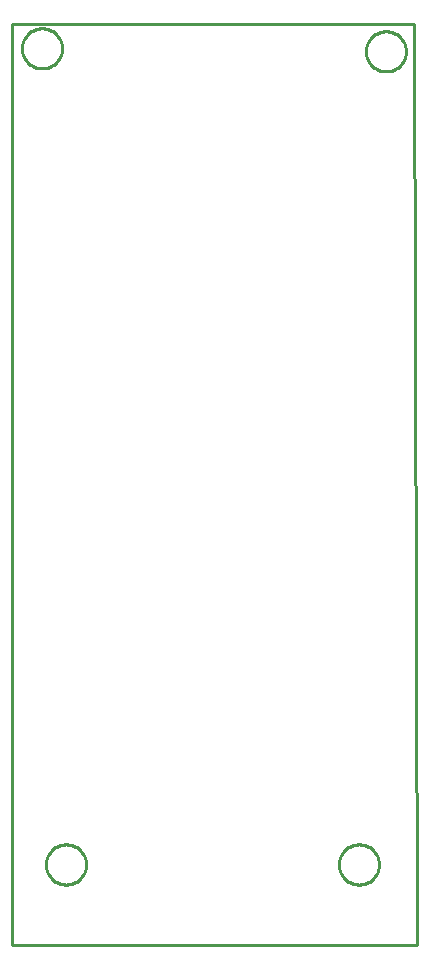
<source format=gbr>
G04 EAGLE Gerber RS-274X export*
G75*
%MOMM*%
%FSLAX34Y34*%
%LPD*%
%IN*%
%IPPOS*%
%AMOC8*
5,1,8,0,0,1.08239X$1,22.5*%
G01*
%ADD10C,0.254000*%


D10*
X320Y0D02*
X343760Y0D01*
X341220Y779940D01*
X320Y779940D01*
X320Y0D01*
X63220Y67935D02*
X63147Y66828D01*
X63003Y65727D01*
X62786Y64639D01*
X62499Y63567D01*
X62142Y62516D01*
X61717Y61491D01*
X61227Y60496D01*
X60672Y59534D01*
X60055Y58612D01*
X59380Y57731D01*
X58648Y56897D01*
X57863Y56112D01*
X57029Y55380D01*
X56148Y54705D01*
X55226Y54088D01*
X54264Y53533D01*
X53269Y53043D01*
X52244Y52618D01*
X51193Y52261D01*
X50121Y51974D01*
X49033Y51757D01*
X47932Y51613D01*
X46825Y51540D01*
X45715Y51540D01*
X44608Y51613D01*
X43507Y51757D01*
X42419Y51974D01*
X41347Y52261D01*
X40296Y52618D01*
X39271Y53043D01*
X38276Y53533D01*
X37314Y54088D01*
X36392Y54705D01*
X35511Y55380D01*
X34677Y56112D01*
X33892Y56897D01*
X33160Y57731D01*
X32485Y58612D01*
X31868Y59534D01*
X31313Y60496D01*
X30823Y61491D01*
X30398Y62516D01*
X30041Y63567D01*
X29754Y64639D01*
X29537Y65727D01*
X29393Y66828D01*
X29320Y67935D01*
X29320Y69045D01*
X29393Y70152D01*
X29537Y71253D01*
X29754Y72341D01*
X30041Y73413D01*
X30398Y74464D01*
X30823Y75489D01*
X31313Y76484D01*
X31868Y77446D01*
X32485Y78368D01*
X33160Y79249D01*
X33892Y80083D01*
X34677Y80868D01*
X35511Y81600D01*
X36392Y82275D01*
X37314Y82892D01*
X38276Y83447D01*
X39271Y83937D01*
X40296Y84362D01*
X41347Y84719D01*
X42419Y85006D01*
X43507Y85223D01*
X44608Y85367D01*
X45715Y85440D01*
X46825Y85440D01*
X47932Y85367D01*
X49033Y85223D01*
X50121Y85006D01*
X51193Y84719D01*
X52244Y84362D01*
X53269Y83937D01*
X54264Y83447D01*
X55226Y82892D01*
X56148Y82275D01*
X57029Y81600D01*
X57863Y80868D01*
X58648Y80083D01*
X59380Y79249D01*
X60055Y78368D01*
X60672Y77446D01*
X61227Y76484D01*
X61717Y75489D01*
X62142Y74464D01*
X62499Y73413D01*
X62786Y72341D01*
X63003Y71253D01*
X63147Y70152D01*
X63220Y69045D01*
X63220Y67935D01*
X311270Y67935D02*
X311197Y66828D01*
X311053Y65727D01*
X310836Y64639D01*
X310549Y63567D01*
X310192Y62516D01*
X309767Y61491D01*
X309277Y60496D01*
X308722Y59534D01*
X308105Y58612D01*
X307430Y57731D01*
X306698Y56897D01*
X305913Y56112D01*
X305079Y55380D01*
X304198Y54705D01*
X303276Y54088D01*
X302314Y53533D01*
X301319Y53043D01*
X300294Y52618D01*
X299243Y52261D01*
X298171Y51974D01*
X297083Y51757D01*
X295982Y51613D01*
X294875Y51540D01*
X293765Y51540D01*
X292658Y51613D01*
X291557Y51757D01*
X290469Y51974D01*
X289397Y52261D01*
X288346Y52618D01*
X287321Y53043D01*
X286326Y53533D01*
X285364Y54088D01*
X284442Y54705D01*
X283561Y55380D01*
X282727Y56112D01*
X281942Y56897D01*
X281210Y57731D01*
X280535Y58612D01*
X279918Y59534D01*
X279363Y60496D01*
X278873Y61491D01*
X278448Y62516D01*
X278091Y63567D01*
X277804Y64639D01*
X277587Y65727D01*
X277443Y66828D01*
X277370Y67935D01*
X277370Y69045D01*
X277443Y70152D01*
X277587Y71253D01*
X277804Y72341D01*
X278091Y73413D01*
X278448Y74464D01*
X278873Y75489D01*
X279363Y76484D01*
X279918Y77446D01*
X280535Y78368D01*
X281210Y79249D01*
X281942Y80083D01*
X282727Y80868D01*
X283561Y81600D01*
X284442Y82275D01*
X285364Y82892D01*
X286326Y83447D01*
X287321Y83937D01*
X288346Y84362D01*
X289397Y84719D01*
X290469Y85006D01*
X291557Y85223D01*
X292658Y85367D01*
X293765Y85440D01*
X294875Y85440D01*
X295982Y85367D01*
X297083Y85223D01*
X298171Y85006D01*
X299243Y84719D01*
X300294Y84362D01*
X301319Y83937D01*
X302314Y83447D01*
X303276Y82892D01*
X304198Y82275D01*
X305079Y81600D01*
X305913Y80868D01*
X306698Y80083D01*
X307430Y79249D01*
X308105Y78368D01*
X308722Y77446D01*
X309277Y76484D01*
X309767Y75489D01*
X310192Y74464D01*
X310549Y73413D01*
X310836Y72341D01*
X311053Y71253D01*
X311197Y70152D01*
X311270Y69045D01*
X311270Y67935D01*
X334130Y756365D02*
X334057Y755258D01*
X333913Y754157D01*
X333696Y753069D01*
X333409Y751997D01*
X333052Y750946D01*
X332627Y749921D01*
X332137Y748926D01*
X331582Y747964D01*
X330965Y747042D01*
X330290Y746161D01*
X329558Y745327D01*
X328773Y744542D01*
X327939Y743810D01*
X327058Y743135D01*
X326136Y742518D01*
X325174Y741963D01*
X324179Y741473D01*
X323154Y741048D01*
X322103Y740691D01*
X321031Y740404D01*
X319943Y740187D01*
X318842Y740043D01*
X317735Y739970D01*
X316625Y739970D01*
X315518Y740043D01*
X314417Y740187D01*
X313329Y740404D01*
X312257Y740691D01*
X311206Y741048D01*
X310181Y741473D01*
X309186Y741963D01*
X308224Y742518D01*
X307302Y743135D01*
X306421Y743810D01*
X305587Y744542D01*
X304802Y745327D01*
X304070Y746161D01*
X303395Y747042D01*
X302778Y747964D01*
X302223Y748926D01*
X301733Y749921D01*
X301308Y750946D01*
X300951Y751997D01*
X300664Y753069D01*
X300447Y754157D01*
X300303Y755258D01*
X300230Y756365D01*
X300230Y757475D01*
X300303Y758582D01*
X300447Y759683D01*
X300664Y760771D01*
X300951Y761843D01*
X301308Y762894D01*
X301733Y763919D01*
X302223Y764914D01*
X302778Y765876D01*
X303395Y766798D01*
X304070Y767679D01*
X304802Y768513D01*
X305587Y769298D01*
X306421Y770030D01*
X307302Y770705D01*
X308224Y771322D01*
X309186Y771877D01*
X310181Y772367D01*
X311206Y772792D01*
X312257Y773149D01*
X313329Y773436D01*
X314417Y773653D01*
X315518Y773797D01*
X316625Y773870D01*
X317735Y773870D01*
X318842Y773797D01*
X319943Y773653D01*
X321031Y773436D01*
X322103Y773149D01*
X323154Y772792D01*
X324179Y772367D01*
X325174Y771877D01*
X326136Y771322D01*
X327058Y770705D01*
X327939Y770030D01*
X328773Y769298D01*
X329558Y768513D01*
X330290Y767679D01*
X330965Y766798D01*
X331582Y765876D01*
X332137Y764914D01*
X332627Y763919D01*
X333052Y762894D01*
X333409Y761843D01*
X333696Y760771D01*
X333913Y759683D01*
X334057Y758582D01*
X334130Y757475D01*
X334130Y756365D01*
X42900Y758905D02*
X42827Y757798D01*
X42683Y756697D01*
X42466Y755609D01*
X42179Y754537D01*
X41822Y753486D01*
X41397Y752461D01*
X40907Y751466D01*
X40352Y750504D01*
X39735Y749582D01*
X39060Y748701D01*
X38328Y747867D01*
X37543Y747082D01*
X36709Y746350D01*
X35828Y745675D01*
X34906Y745058D01*
X33944Y744503D01*
X32949Y744013D01*
X31924Y743588D01*
X30873Y743231D01*
X29801Y742944D01*
X28713Y742727D01*
X27612Y742583D01*
X26505Y742510D01*
X25395Y742510D01*
X24288Y742583D01*
X23187Y742727D01*
X22099Y742944D01*
X21027Y743231D01*
X19976Y743588D01*
X18951Y744013D01*
X17956Y744503D01*
X16994Y745058D01*
X16072Y745675D01*
X15191Y746350D01*
X14357Y747082D01*
X13572Y747867D01*
X12840Y748701D01*
X12165Y749582D01*
X11548Y750504D01*
X10993Y751466D01*
X10503Y752461D01*
X10078Y753486D01*
X9721Y754537D01*
X9434Y755609D01*
X9217Y756697D01*
X9073Y757798D01*
X9000Y758905D01*
X9000Y760015D01*
X9073Y761122D01*
X9217Y762223D01*
X9434Y763311D01*
X9721Y764383D01*
X10078Y765434D01*
X10503Y766459D01*
X10993Y767454D01*
X11548Y768416D01*
X12165Y769338D01*
X12840Y770219D01*
X13572Y771053D01*
X14357Y771838D01*
X15191Y772570D01*
X16072Y773245D01*
X16994Y773862D01*
X17956Y774417D01*
X18951Y774907D01*
X19976Y775332D01*
X21027Y775689D01*
X22099Y775976D01*
X23187Y776193D01*
X24288Y776337D01*
X25395Y776410D01*
X26505Y776410D01*
X27612Y776337D01*
X28713Y776193D01*
X29801Y775976D01*
X30873Y775689D01*
X31924Y775332D01*
X32949Y774907D01*
X33944Y774417D01*
X34906Y773862D01*
X35828Y773245D01*
X36709Y772570D01*
X37543Y771838D01*
X38328Y771053D01*
X39060Y770219D01*
X39735Y769338D01*
X40352Y768416D01*
X40907Y767454D01*
X41397Y766459D01*
X41822Y765434D01*
X42179Y764383D01*
X42466Y763311D01*
X42683Y762223D01*
X42827Y761122D01*
X42900Y760015D01*
X42900Y758905D01*
M02*

</source>
